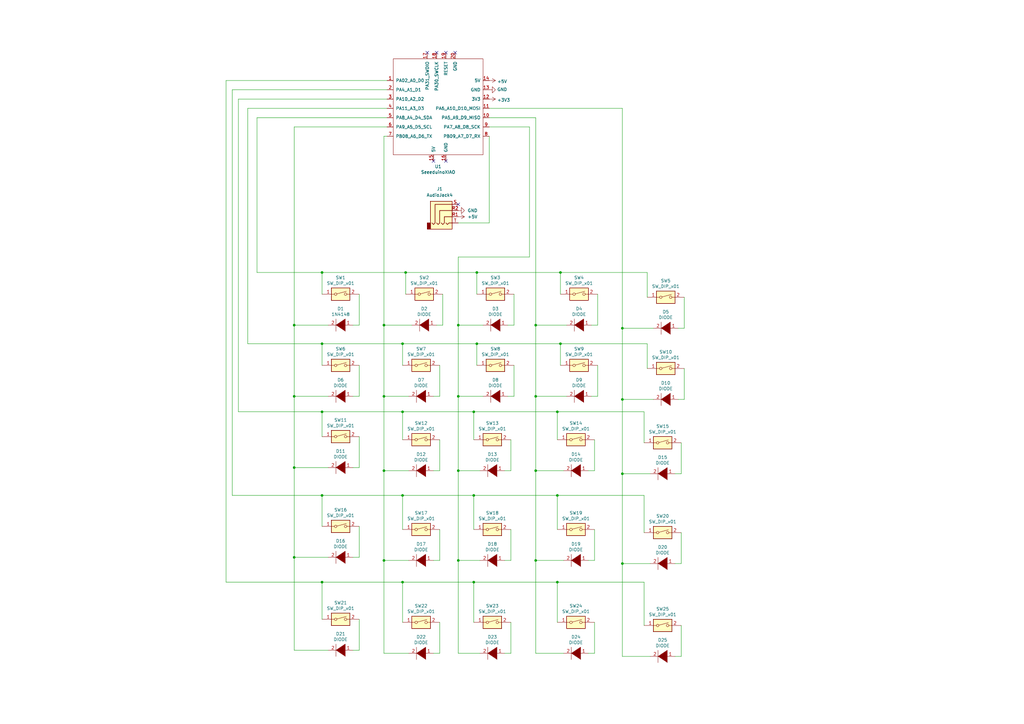
<source format=kicad_sch>
(kicad_sch (version 20211123) (generator eeschema)
  (paper "A3")
  (lib_symbols
    (symbol "Connector:AudioJack4"
      (property "Reference" "J" (at 0 8.89 0))
      (property "Value" "AudioJack4" (at 0 6.35 0))
      (symbol "AudioJack4_0_1"
        (rectangle (start -6.35 -5.08) (end -7.62 -7.62) (stroke (width 0.254)) (fill (type outline)))
        (polyline (pts (xy 0 -5.08) (xy 0.635 -5.715) (xy 1.27 -5.08) (xy 2.54 -5.08)) (stroke (width 0.254)))
        (polyline (pts (xy -5.715 -5.08) (xy -5.08 -5.715) (xy -4.445 -5.08) (xy -4.445 2.54) (xy 2.54 2.54)) (stroke (width 0.254)))
        (polyline (pts (xy -1.905 -5.08) (xy -1.27 -5.715) (xy -0.635 -5.08) (xy -0.635 -2.54) (xy 2.54 -2.54)) (stroke (width 0.254)))
        (polyline (pts (xy 2.54 0) (xy -2.54 0) (xy -2.54 -5.08) (xy -3.175 -5.715) (xy -3.81 -5.08)) (stroke (width 0.254)))
        (rectangle (start 2.54 3.81) (end -6.35 -7.62) (stroke (width 0.254)) (fill (type background)))
      )
      (symbol "AudioJack4_1_1"
        (pin passive line (at 5.08 -2.54 180) (length 2.54) (name "~") (number "R1"))
        (pin passive line (at 5.08 0 180) (length 2.54) (name "~") (number "R2"))
        (pin passive line (at 5.08 2.54 180) (length 2.54) (name "~") (number "S"))
        (pin passive line (at 5.08 -5.08 180) (length 2.54) (name "~") (number "T"))
      )
    )
    (symbol "Seeeduino_XIAO:SeeeduinoXIAO" (pin_names (offset 1.016))
      (property "Reference" "U" (at -19.05 22.86 0))
      (property "Value" "SeeeduinoXIAO" (at -12.7 21.59 0))
      (symbol "SeeeduinoXIAO_0_1"
        (rectangle (start -19.05 20.32) (end 17.78 -19.05))
      )
      (symbol "SeeeduinoXIAO_1_1"
        (pin unspecified line (at -21.59 11.43 0) (length 2.54) (name "PA02_A0_D0") (number "1"))
        (pin unspecified line (at 20.32 -3.81 180) (length 2.54) (name "PA5_A9_D9_MISO") (number "10"))
        (pin unspecified line (at 20.32 0 180) (length 2.54) (name "PA6_A10_D10_MOSI") (number "11"))
        (pin unspecified line (at 20.32 3.81 180) (length 2.54) (name "3V3") (number "12"))
        (pin unspecified line (at 20.32 7.62 180) (length 2.54) (name "GND") (number "13"))
        (pin unspecified line (at 20.32 11.43 180) (length 2.54) (name "5V") (number "14"))
        (pin input line (at -2.54 -21.59 90) (length 2.54) (name "5V") (number "15"))
        (pin input line (at 2.54 -21.59 90) (length 2.54) (name "GND") (number "16"))
        (pin input line (at -5.08 22.86 270) (length 2.54) (name "PA31_SWDIO") (number "17"))
        (pin input line (at -1.27 22.86 270) (length 2.54) (name "PA30_SWCLK") (number "18"))
        (pin input line (at 2.54 22.86 270) (length 2.54) (name "RESET") (number "19"))
        (pin unspecified line (at -21.59 7.62 0) (length 2.54) (name "PA4_A1_D1") (number "2"))
        (pin input line (at 6.35 22.86 270) (length 2.54) (name "GND") (number "20"))
        (pin unspecified line (at -21.59 3.81 0) (length 2.54) (name "PA10_A2_D2") (number "3"))
        (pin unspecified line (at -21.59 0 0) (length 2.54) (name "PA11_A3_D3") (number "4"))
        (pin unspecified line (at -21.59 -3.81 0) (length 2.54) (name "PA8_A4_D4_SDA") (number "5"))
        (pin unspecified line (at -21.59 -7.62 0) (length 2.54) (name "PA9_A5_D5_SCL") (number "6"))
        (pin unspecified line (at -21.59 -11.43 0) (length 2.54) (name "PB08_A6_D6_TX") (number "7"))
        (pin unspecified line (at 20.32 -11.43 180) (length 2.54) (name "PB09_A7_D7_RX") (number "8"))
        (pin unspecified line (at 20.32 -7.62 180) (length 2.54) (name "PA7_A8_D8_SCK") (number "9"))
      )
    )
    (symbol "Switch:SW_DIP_x01" (pin_names (offset 0) hide)
      (property "Reference" "SW" (at 0 3.81 0))
      (property "Value" "SW_DIP_x01" (at 0 -3.81 0))
      (symbol "SW_DIP_x01_0_0"
        (circle (center -2.032 0) (radius 0.508))
        (polyline (pts (xy -1.524 0.127) (xy 2.3622 1.1684)))
        (circle (center 2.032 0) (radius 0.508))
      )
      (symbol "SW_DIP_x01_0_1"
        (rectangle (start -3.81 2.54) (end 3.81 -2.54) (stroke (width 0.254)) (fill (type background)))
      )
      (symbol "SW_DIP_x01_1_1"
        (pin passive line (at -7.62 0 0) (length 5.08) (name "~") (number "1"))
        (pin passive line (at 7.62 0 180) (length 5.08) (name "~") (number "2"))
      )
    )
    (symbol "power:+3.3V" (power) (pin_names (offset 0))
      (property "Value" "+3.3V" (at 0 3.556 0))
      (symbol "+3.3V_0_1"
        (polyline (pts (xy -0.762 1.27) (xy 0 2.54)))
        (polyline (pts (xy 0 0) (xy 0 2.54)))
        (polyline (pts (xy 0 2.54) (xy 0.762 1.27)))
      )
      (symbol "+3.3V_1_1"
        (pin power_in line (at 0 0 90) (length 0) hide (name "+3V3") (number "1"))
      )
    )
    (symbol "power:+5V" (power) (pin_names (offset 0))
      (property "Value" "+5V" (at 0 3.556 0))
      (symbol "+5V_0_1"
        (polyline (pts (xy -0.762 1.27) (xy 0 2.54)))
        (polyline (pts (xy 0 0) (xy 0 2.54)))
        (polyline (pts (xy 0 2.54) (xy 0.762 1.27)))
      )
      (symbol "+5V_1_1"
        (pin power_in line (at 0 0 90) (length 0) hide (name "+5V") (number "1"))
      )
    )
    (symbol "power:GND" (power) (pin_names (offset 0))
      (property "Value" "GND" (at 0 -3.81 0))
      (symbol "GND_0_1"
        (polyline (pts (xy 0 0) (xy 0 -1.27) (xy 1.27 -1.27) (xy 0 -2.54) (xy -1.27 -1.27) (xy 0 -1.27)))
      )
      (symbol "GND_1_1"
        (pin power_in line (at 0 0 270) (length 0) hide (name "GND") (number "1"))
      )
    )
    (symbol "pspice:DIODE" (pin_names (offset 1.016) hide)
      (property "Reference" "D" (at 0 3.81 0))
      (property "Value" "DIODE" (at 0 -4.445 0))
      (symbol "DIODE_0_1"
        (polyline (pts (xy 1.905 2.54) (xy 1.905 -2.54)))
        (polyline (pts (xy -1.905 2.54) (xy -1.905 -2.54) (xy 1.905 0)) (fill (type outline)))
      )
      (symbol "DIODE_1_1"
        (pin input line (at -5.08 0 0) (length 3.81) (name "K") (number "1"))
        (pin input line (at 5.08 0 180) (length 3.81) (name "A") (number "2"))
      )
    )
  )
  (junction (at 255.27 231.14))
  (junction (at 229.87 111.76))
  (junction (at 165.1 168.91))
  (junction (at 165.1 140.97))
  (junction (at 255.27 163.83))
  (junction (at 120.65 191.77))
  (junction (at 187.96 133.35))
  (junction (at 120.65 133.35))
  (junction (at 165.1 203.2))
  (junction (at 187.96 162.56))
  (junction (at 219.71 229.87))
  (junction (at 195.58 140.97))
  (junction (at 194.31 238.76))
  (junction (at 132.08 203.2))
  (junction (at 157.48 229.87))
  (junction (at 187.96 229.87))
  (junction (at 120.65 162.56))
  (junction (at 157.48 133.35))
  (junction (at 187.96 193.04))
  (junction (at 255.27 194.31))
  (junction (at 132.08 238.76))
  (junction (at 194.31 203.2))
  (junction (at 165.1 238.76))
  (junction (at 166.37 111.76))
  (junction (at 157.48 193.04))
  (junction (at 132.08 111.76))
  (junction (at 219.71 133.35))
  (junction (at 157.48 162.56))
  (junction (at 228.6 238.76))
  (junction (at 120.65 228.6))
  (junction (at 219.71 193.04))
  (junction (at 228.6 203.2))
  (junction (at 194.31 168.91))
  (junction (at 219.71 162.56))
  (junction (at 195.58 111.76))
  (junction (at 228.6 168.91))
  (junction (at 132.08 168.91))
  (junction (at 132.08 140.97))
  (junction (at 229.87 140.97))
  (junction (at 255.27 134.62))
  (no_connect (at 182.88 66.04))
  (no_connect (at 177.8 66.04))
  (no_connect (at 182.88 21.59))
  (no_connect (at 179.07 21.59))
  (no_connect (at 187.96 83.82))
  (no_connect (at 175.26 21.59))
  (no_connect (at 186.69 21.59))
  (wire (pts (xy 209.55 180.34) (xy 209.55 193.04)))
  (wire (pts (xy 280.67 151.13) (xy 280.67 163.83)))
  (wire (pts (xy 181.61 133.35) (xy 179.07 133.35)))
  (wire (pts (xy 210.82 149.86) (xy 210.82 162.56)))
  (wire (pts (xy 255.27 269.24) (xy 266.7 269.24)))
  (wire (pts (xy 209.55 229.87) (xy 207.01 229.87)))
  (wire (pts (xy 187.96 229.87) (xy 187.96 267.97)))
  (wire (pts (xy 219.71 48.26) (xy 219.71 133.35)))
  (wire (pts (xy 180.34 255.27) (xy 180.34 267.97)))
  (wire (pts (xy 219.71 229.87) (xy 231.14 229.87)))
  (wire (pts (xy 132.08 238.76) (xy 165.1 238.76)))
  (wire (pts (xy 279.4 181.61) (xy 279.4 194.31)))
  (wire (pts (xy 280.67 134.62) (xy 278.13 134.62)))
  (wire (pts (xy 255.27 194.31) (xy 255.27 231.14)))
  (wire (pts (xy 132.08 179.07) (xy 132.08 168.91)))
  (wire (pts (xy 194.31 238.76) (xy 228.6 238.76)))
  (wire (pts (xy 228.6 168.91) (xy 228.6 180.34)))
  (wire (pts (xy 200.66 48.26) (xy 219.71 48.26)))
  (wire (pts (xy 255.27 163.83) (xy 255.27 194.31)))
  (wire (pts (xy 194.31 203.2) (xy 228.6 203.2)))
  (wire (pts (xy 92.71 238.76) (xy 132.08 238.76)))
  (wire (pts (xy 229.87 140.97) (xy 229.87 149.86)))
  (wire (pts (xy 243.84 229.87) (xy 241.3 229.87)))
  (wire (pts (xy 187.96 133.35) (xy 187.96 105.41)))
  (wire (pts (xy 180.34 267.97) (xy 177.8 267.97)))
  (wire (pts (xy 132.08 168.91) (xy 165.1 168.91)))
  (wire (pts (xy 157.48 193.04) (xy 157.48 229.87)))
  (wire (pts (xy 157.48 162.56) (xy 157.48 193.04)))
  (wire (pts (xy 92.71 33.02) (xy 158.75 33.02)))
  (wire (pts (xy 187.96 133.35) (xy 187.96 162.56)))
  (wire (pts (xy 97.79 168.91) (xy 97.79 40.64)))
  (wire (pts (xy 132.08 168.91) (xy 97.79 168.91)))
  (wire (pts (xy 200.66 55.88) (xy 200.66 91.44)))
  (wire (pts (xy 166.37 120.65) (xy 166.37 111.76)))
  (wire (pts (xy 157.48 133.35) (xy 157.48 162.56)))
  (wire (pts (xy 255.27 194.31) (xy 266.7 194.31)))
  (wire (pts (xy 180.34 149.86) (xy 180.34 162.56)))
  (wire (pts (xy 157.48 229.87) (xy 157.48 267.97)))
  (wire (pts (xy 245.11 149.86) (xy 245.11 162.56)))
  (wire (pts (xy 147.32 191.77) (xy 144.78 191.77)))
  (wire (pts (xy 195.58 111.76) (xy 229.87 111.76)))
  (wire (pts (xy 132.08 149.86) (xy 132.08 140.97)))
  (wire (pts (xy 280.67 121.92) (xy 280.67 134.62)))
  (wire (pts (xy 228.6 203.2) (xy 264.16 203.2)))
  (wire (pts (xy 200.66 44.45) (xy 255.27 44.45)))
  (wire (pts (xy 120.65 133.35) (xy 120.65 162.56)))
  (wire (pts (xy 120.65 228.6) (xy 134.62 228.6)))
  (wire (pts (xy 147.32 228.6) (xy 144.78 228.6)))
  (wire (pts (xy 95.25 36.83) (xy 158.75 36.83)))
  (wire (pts (xy 180.34 180.34) (xy 180.34 193.04)))
  (wire (pts (xy 166.37 111.76) (xy 195.58 111.76)))
  (wire (pts (xy 147.32 179.07) (xy 147.32 191.77)))
  (wire (pts (xy 132.08 120.65) (xy 132.08 111.76)))
  (wire (pts (xy 105.41 48.26) (xy 158.75 48.26)))
  (wire (pts (xy 132.08 140.97) (xy 165.1 140.97)))
  (wire (pts (xy 243.84 267.97) (xy 241.3 267.97)))
  (wire (pts (xy 181.61 120.65) (xy 181.61 133.35)))
  (wire (pts (xy 243.84 255.27) (xy 243.84 267.97)))
  (wire (pts (xy 245.11 133.35) (xy 242.57 133.35)))
  (wire (pts (xy 132.08 140.97) (xy 101.6 140.97)))
  (wire (pts (xy 255.27 163.83) (xy 267.97 163.83)))
  (wire (pts (xy 196.85 193.04) (xy 187.96 193.04)))
  (wire (pts (xy 147.32 266.7) (xy 144.78 266.7)))
  (wire (pts (xy 279.4 218.44) (xy 279.4 231.14)))
  (wire (pts (xy 228.6 203.2) (xy 228.6 217.17)))
  (wire (pts (xy 165.1 168.91) (xy 194.31 168.91)))
  (wire (pts (xy 105.41 111.76) (xy 105.41 48.26)))
  (wire (pts (xy 134.62 133.35) (xy 120.65 133.35)))
  (wire (pts (xy 194.31 238.76) (xy 194.31 255.27)))
  (wire (pts (xy 187.96 229.87) (xy 196.85 229.87)))
  (wire (pts (xy 134.62 162.56) (xy 120.65 162.56)))
  (wire (pts (xy 97.79 40.64) (xy 158.75 40.64)))
  (wire (pts (xy 120.65 162.56) (xy 120.65 191.77)))
  (wire (pts (xy 147.32 133.35) (xy 144.78 133.35)))
  (wire (pts (xy 165.1 203.2) (xy 165.1 217.17)))
  (wire (pts (xy 120.65 52.07) (xy 158.75 52.07)))
  (wire (pts (xy 219.71 162.56) (xy 219.71 193.04)))
  (wire (pts (xy 101.6 44.45) (xy 158.75 44.45)))
  (wire (pts (xy 165.1 238.76) (xy 194.31 238.76)))
  (wire (pts (xy 200.66 91.44) (xy 187.96 91.44)))
  (wire (pts (xy 210.82 162.56) (xy 208.28 162.56)))
  (wire (pts (xy 180.34 217.17) (xy 180.34 229.87)))
  (wire (pts (xy 219.71 193.04) (xy 219.71 229.87)))
  (wire (pts (xy 147.32 149.86) (xy 147.32 162.56)))
  (wire (pts (xy 195.58 140.97) (xy 229.87 140.97)))
  (wire (pts (xy 132.08 111.76) (xy 166.37 111.76)))
  (wire (pts (xy 209.55 193.04) (xy 207.01 193.04)))
  (wire (pts (xy 219.71 229.87) (xy 219.71 267.97)))
  (wire (pts (xy 132.08 203.2) (xy 165.1 203.2)))
  (wire (pts (xy 219.71 133.35) (xy 232.41 133.35)))
  (wire (pts (xy 219.71 162.56) (xy 232.41 162.56)))
  (wire (pts (xy 255.27 231.14) (xy 266.7 231.14)))
  (wire (pts (xy 194.31 168.91) (xy 194.31 180.34)))
  (wire (pts (xy 120.65 133.35) (xy 120.65 52.07)))
  (wire (pts (xy 147.32 215.9) (xy 147.32 228.6)))
  (wire (pts (xy 255.27 44.45) (xy 255.27 134.62)))
  (wire (pts (xy 165.1 149.86) (xy 165.1 140.97)))
  (wire (pts (xy 168.91 133.35) (xy 157.48 133.35)))
  (wire (pts (xy 165.1 203.2) (xy 194.31 203.2)))
  (wire (pts (xy 265.43 140.97) (xy 265.43 151.13)))
  (wire (pts (xy 229.87 140.97) (xy 265.43 140.97)))
  (wire (pts (xy 158.75 55.88) (xy 157.48 55.88)))
  (wire (pts (xy 120.65 228.6) (xy 120.65 266.7)))
  (wire (pts (xy 147.32 162.56) (xy 144.78 162.56)))
  (wire (pts (xy 209.55 217.17) (xy 209.55 229.87)))
  (wire (pts (xy 167.64 162.56) (xy 157.48 162.56)))
  (wire (pts (xy 210.82 120.65) (xy 210.82 133.35)))
  (wire (pts (xy 209.55 255.27) (xy 209.55 267.97)))
  (wire (pts (xy 255.27 134.62) (xy 255.27 163.83)))
  (wire (pts (xy 195.58 111.76) (xy 195.58 120.65)))
  (wire (pts (xy 132.08 203.2) (xy 132.08 215.9)))
  (wire (pts (xy 187.96 105.41) (xy 217.17 105.41)))
  (wire (pts (xy 147.32 254) (xy 147.32 266.7)))
  (wire (pts (xy 217.17 52.07) (xy 200.66 52.07)))
  (wire (pts (xy 279.4 231.14) (xy 276.86 231.14)))
  (wire (pts (xy 157.48 267.97) (xy 167.64 267.97)))
  (wire (pts (xy 243.84 180.34) (xy 243.84 193.04)))
  (wire (pts (xy 157.48 229.87) (xy 167.64 229.87)))
  (wire (pts (xy 198.12 133.35) (xy 187.96 133.35)))
  (wire (pts (xy 180.34 193.04) (xy 177.8 193.04)))
  (wire (pts (xy 187.96 162.56) (xy 187.96 193.04)))
  (wire (pts (xy 95.25 203.2) (xy 95.25 36.83)))
  (wire (pts (xy 245.11 120.65) (xy 245.11 133.35)))
  (wire (pts (xy 245.11 162.56) (xy 242.57 162.56)))
  (wire (pts (xy 165.1 140.97) (xy 195.58 140.97)))
  (wire (pts (xy 255.27 231.14) (xy 255.27 269.24)))
  (wire (pts (xy 120.65 191.77) (xy 134.62 191.77)))
  (wire (pts (xy 198.12 162.56) (xy 187.96 162.56)))
  (wire (pts (xy 255.27 134.62) (xy 267.97 134.62)))
  (wire (pts (xy 132.08 203.2) (xy 95.25 203.2)))
  (wire (pts (xy 229.87 111.76) (xy 229.87 120.65)))
  (wire (pts (xy 279.4 256.54) (xy 279.4 269.24)))
  (wire (pts (xy 132.08 111.76) (xy 105.41 111.76)))
  (wire (pts (xy 219.71 193.04) (xy 231.14 193.04)))
  (wire (pts (xy 165.1 238.76) (xy 165.1 255.27)))
  (wire (pts (xy 229.87 111.76) (xy 265.43 111.76)))
  (wire (pts (xy 279.4 194.31) (xy 276.86 194.31)))
  (wire (pts (xy 194.31 168.91) (xy 228.6 168.91)))
  (wire (pts (xy 228.6 238.76) (xy 228.6 255.27)))
  (wire (pts (xy 101.6 140.97) (xy 101.6 44.45)))
  (wire (pts (xy 228.6 168.91) (xy 264.16 168.91)))
  (wire (pts (xy 157.48 55.88) (xy 157.48 133.35)))
  (wire (pts (xy 209.55 267.97) (xy 207.01 267.97)))
  (wire (pts (xy 243.84 217.17) (xy 243.84 229.87)))
  (wire (pts (xy 147.32 120.65) (xy 147.32 133.35)))
  (wire (pts (xy 243.84 193.04) (xy 241.3 193.04)))
  (wire (pts (xy 195.58 140.97) (xy 195.58 149.86)))
  (wire (pts (xy 120.65 266.7) (xy 134.62 266.7)))
  (wire (pts (xy 180.34 229.87) (xy 177.8 229.87)))
  (wire (pts (xy 157.48 193.04) (xy 167.64 193.04)))
  (wire (pts (xy 132.08 238.76) (xy 132.08 254)))
  (wire (pts (xy 265.43 111.76) (xy 265.43 121.92)))
  (wire (pts (xy 228.6 238.76) (xy 264.16 238.76)))
  (wire (pts (xy 264.16 218.44) (xy 264.16 203.2)))
  (wire (pts (xy 264.16 256.54) (xy 264.16 238.76)))
  (wire (pts (xy 187.96 193.04) (xy 187.96 229.87)))
  (wire (pts (xy 217.17 105.41) (xy 217.17 52.07)))
  (wire (pts (xy 194.31 217.17) (xy 194.31 203.2)))
  (wire (pts (xy 210.82 133.35) (xy 208.28 133.35)))
  (wire (pts (xy 120.65 191.77) (xy 120.65 228.6)))
  (wire (pts (xy 187.96 267.97) (xy 196.85 267.97)))
  (wire (pts (xy 180.34 162.56) (xy 177.8 162.56)))
  (wire (pts (xy 280.67 163.83) (xy 278.13 163.83)))
  (wire (pts (xy 264.16 168.91) (xy 264.16 181.61)))
  (wire (pts (xy 219.71 133.35) (xy 219.71 162.56)))
  (wire (pts (xy 219.71 267.97) (xy 231.14 267.97)))
  (wire (pts (xy 165.1 180.34) (xy 165.1 168.91)))
  (wire (pts (xy 92.71 238.76) (xy 92.71 33.02)))
  (wire (pts (xy 279.4 269.24) (xy 276.86 269.24)))
  (symbol (lib_id "Seeeduino_XIAO:SeeeduinoXIAO") (at 180.34 44.45 0) (unit 1)
    (property "Reference" "U1" (at 179.705 68.3006 0))
    (property "Value" "SeeeduinoXIAO" (at 179.705 70.612 0))
    (property "Footprint" "xiao:Seeeduino XIAO-MOUDLE14P-2.54-21X17.8MM" (effects hide))
  )
  (symbol (lib_id "power:GND") (at 200.66 36.83 90) (unit 1)
    (property "Reference" "#PWR0103" (effects hide))
    (property "Value" "GND" (at 203.9112 36.703 90) (effects (justify right)))
  )
  (symbol (lib_id "power:+3.3V") (at 200.66 40.64 270) (unit 1)
    (property "Reference" "#PWR0104" (effects hide))
    (property "Value" "+3.3V" (at 203.9112 41.021 90) (effects (justify left)))
  )
  (symbol (lib_id "Switch:SW_DIP_x01") (at 139.7 120.65 0) (unit 1)
    (property "Reference" "SW1" (at 139.7 113.8682 0))
    (property "Value" "SW_DIP_x01" (at 139.7 116.1796 0))
    (property "Footprint" "keyswitches:Kailh_socket_MX" (effects hide))
  )
  (symbol (lib_id "Switch:SW_DIP_x01") (at 173.99 120.65 0) (unit 1)
    (property "Reference" "SW2" (at 173.99 113.8682 0))
    (property "Value" "SW_DIP_x01" (at 173.99 116.1796 0))
    (property "Footprint" "keyswitches:Kailh_socket_MX" (effects hide))
  )
  (symbol (lib_id "Switch:SW_DIP_x01") (at 203.2 120.65 0) (unit 1)
    (property "Reference" "SW3" (at 203.2 113.8682 0))
    (property "Value" "SW_DIP_x01" (at 203.2 116.1796 0))
    (property "Footprint" "keyswitches:Kailh_socket_MX" (effects hide))
  )
  (symbol (lib_id "pspice:DIODE") (at 139.7 133.35 180) (unit 1)
    (property "Reference" "D1" (at 139.7 126.619 0))
    (property "Value" "1N4148" (at 139.7 128.9304 0))
    (property "Footprint" "Diode_SMD:D_SOD-123" (effects hide))
  )
  (symbol (lib_id "pspice:DIODE") (at 173.99 133.35 180) (unit 1)
    (property "Reference" "D2" (at 173.99 126.619 0))
    (property "Value" "DIODE" (at 173.99 128.9304 0))
    (property "Footprint" "Diode_SMD:D_SOD-123" (effects hide))
  )
  (symbol (lib_id "pspice:DIODE") (at 203.2 133.35 180) (unit 1)
    (property "Reference" "D3" (at 203.2 126.619 0))
    (property "Value" "DIODE" (at 203.2 128.9304 0))
    (property "Footprint" "Diode_SMD:D_SOD-123" (effects hide))
  )
  (symbol (lib_id "Switch:SW_DIP_x01") (at 139.7 149.86 0) (unit 1)
    (property "Reference" "SW6" (at 139.7 143.0782 0))
    (property "Value" "SW_DIP_x01" (at 139.7 145.3896 0))
    (property "Footprint" "keyswitches:Kailh_socket_MX" (effects hide))
  )
  (symbol (lib_id "pspice:DIODE") (at 139.7 162.56 180) (unit 1)
    (property "Reference" "D6" (at 139.7 155.829 0))
    (property "Value" "DIODE" (at 139.7 158.1404 0))
    (property "Footprint" "Diode_SMD:D_SOD-123" (effects hide))
  )
  (symbol (lib_id "Switch:SW_DIP_x01") (at 139.7 179.07 0) (unit 1)
    (property "Reference" "SW11" (at 139.7 172.2882 0))
    (property "Value" "SW_DIP_x01" (at 139.7 174.5996 0))
    (property "Footprint" "keyswitches:Kailh_socket_MX" (effects hide))
  )
  (symbol (lib_id "pspice:DIODE") (at 139.7 191.77 180) (unit 1)
    (property "Reference" "D11" (at 139.7 185.039 0))
    (property "Value" "DIODE" (at 139.7 187.3504 0))
    (property "Footprint" "Diode_SMD:D_SOD-123" (effects hide))
  )
  (symbol (lib_id "Switch:SW_DIP_x01") (at 172.72 149.86 0) (unit 1)
    (property "Reference" "SW7" (at 172.72 143.0782 0))
    (property "Value" "SW_DIP_x01" (at 172.72 145.3896 0))
    (property "Footprint" "keyswitches:Kailh_socket_MX" (effects hide))
  )
  (symbol (lib_id "pspice:DIODE") (at 172.72 162.56 180) (unit 1)
    (property "Reference" "D7" (at 172.72 155.829 0))
    (property "Value" "DIODE" (at 172.72 158.1404 0))
    (property "Footprint" "Diode_SMD:D_SOD-123" (effects hide))
  )
  (symbol (lib_id "Switch:SW_DIP_x01") (at 172.72 180.34 0) (unit 1)
    (property "Reference" "SW12" (at 172.72 173.5582 0))
    (property "Value" "SW_DIP_x01" (at 172.72 175.8696 0))
    (property "Footprint" "keyswitches:Kailh_socket_MX" (effects hide))
  )
  (symbol (lib_id "pspice:DIODE") (at 172.72 193.04 180) (unit 1)
    (property "Reference" "D12" (at 172.72 186.309 0))
    (property "Value" "DIODE" (at 172.72 188.6204 0))
    (property "Footprint" "Diode_SMD:D_SOD-123" (effects hide))
  )
  (symbol (lib_id "Switch:SW_DIP_x01") (at 201.93 180.34 0) (unit 1)
    (property "Reference" "SW13" (at 201.93 173.5582 0))
    (property "Value" "SW_DIP_x01" (at 201.93 175.8696 0))
    (property "Footprint" "keyswitches:Kailh_socket_MX" (effects hide))
  )
  (symbol (lib_id "pspice:DIODE") (at 201.93 193.04 180) (unit 1)
    (property "Reference" "D13" (at 201.93 186.309 0))
    (property "Value" "DIODE" (at 201.93 188.6204 0))
    (property "Footprint" "Diode_SMD:D_SOD-123" (effects hide))
  )
  (symbol (lib_id "Switch:SW_DIP_x01") (at 203.2 149.86 0) (unit 1)
    (property "Reference" "SW8" (at 203.2 143.0782 0))
    (property "Value" "SW_DIP_x01" (at 203.2 145.3896 0))
    (property "Footprint" "keyswitches:Kailh_socket_MX" (effects hide))
  )
  (symbol (lib_id "pspice:DIODE") (at 203.2 162.56 180) (unit 1)
    (property "Reference" "D8" (at 203.2 155.829 0))
    (property "Value" "DIODE" (at 203.2 158.1404 0))
    (property "Footprint" "Diode_SMD:D_SOD-123" (effects hide))
  )
  (symbol (lib_id "power:+5V") (at 200.66 33.02 270) (unit 1)
    (property "Reference" "#PWR0101" (effects hide))
    (property "Value" "+5V" (at 203.9112 33.401 90) (effects (justify left)))
  )
  (symbol (lib_id "Switch:SW_DIP_x01") (at 236.22 180.34 0) (unit 1)
    (property "Reference" "SW14" (at 236.22 173.5582 0))
    (property "Value" "SW_DIP_x01" (at 236.22 175.8696 0))
    (property "Footprint" "keyswitches:Kailh_socket_MX" (effects hide))
  )
  (symbol (lib_id "Switch:SW_DIP_x01") (at 237.49 149.86 0) (unit 1)
    (property "Reference" "SW9" (at 237.49 143.0782 0))
    (property "Value" "SW_DIP_x01" (at 237.49 145.3896 0))
    (property "Footprint" "keyswitches:Kailh_socket_MX" (effects hide))
  )
  (symbol (lib_id "Switch:SW_DIP_x01") (at 236.22 217.17 0) (unit 1)
    (property "Reference" "SW19" (at 236.22 210.3882 0))
    (property "Value" "SW_DIP_x01" (at 236.22 212.6996 0))
    (property "Footprint" "keyswitches:Kailh_socket_MX" (effects hide))
  )
  (symbol (lib_id "pspice:DIODE") (at 139.7 228.6 180) (unit 1)
    (property "Reference" "D16" (at 139.7 221.869 0))
    (property "Value" "DIODE" (at 139.7 224.1804 0))
    (property "Footprint" "Diode_SMD:D_SOD-123" (effects hide))
  )
  (symbol (lib_id "Switch:SW_DIP_x01") (at 237.49 120.65 0) (unit 1)
    (property "Reference" "SW4" (at 237.49 113.8682 0))
    (property "Value" "SW_DIP_x01" (at 237.49 116.1796 0))
    (property "Footprint" "keyswitches:Kailh_socket_MX" (effects hide))
  )
  (symbol (lib_id "Switch:SW_DIP_x01") (at 139.7 254 0) (unit 1)
    (property "Reference" "SW21" (at 139.7 247.2182 0))
    (property "Value" "SW_DIP_x01" (at 139.7 249.5296 0))
    (property "Footprint" "keyswitches:Kailh_socket_MX" (effects hide))
  )
  (symbol (lib_id "power:+5V") (at 187.96 88.9 270) (unit 1)
    (property "Reference" "#PWR?" (effects hide))
    (property "Value" "+5V" (at 191.77 88.8999 90) (effects (justify left)))
  )
  (symbol (lib_id "Connector:AudioJack4") (at 182.88 86.36 0) (unit 1)
    (property "Reference" "J1" (at 180.34 77.47 0))
    (property "Value" "AudioJack4" (at 180.34 80.01 0))
    (property "Footprint" "Connector_Audio:Jack_3.5mm_PJ320D_Horizontal" (effects hide))
  )
  (symbol (lib_id "pspice:DIODE") (at 237.49 133.35 180) (unit 1)
    (property "Reference" "D4" (at 237.49 126.619 0))
    (property "Value" "DIODE" (at 237.49 128.9304 0))
    (property "Footprint" "Diode_SMD:D_SOD-123" (effects hide))
  )
  (symbol (lib_id "pspice:DIODE") (at 236.22 229.87 180) (unit 1)
    (property "Reference" "D19" (at 236.22 223.139 0))
    (property "Value" "DIODE" (at 236.22 225.4504 0))
    (property "Footprint" "Diode_SMD:D_SOD-123" (effects hide))
  )
  (symbol (lib_id "Switch:SW_DIP_x01") (at 271.78 256.54 0) (unit 1)
    (property "Reference" "SW25" (at 271.78 249.7582 0))
    (property "Value" "SW_DIP_x01" (at 271.78 252.0696 0))
    (property "Footprint" "keyswitches:Kailh_socket_MX" (effects hide))
  )
  (symbol (lib_id "Switch:SW_DIP_x01") (at 271.78 181.61 0) (unit 1)
    (property "Reference" "SW15" (at 271.78 174.8282 0))
    (property "Value" "SW_DIP_x01" (at 271.78 177.1396 0))
    (property "Footprint" "keyswitches:Kailh_socket_MX" (effects hide))
  )
  (symbol (lib_id "pspice:DIODE") (at 139.7 266.7 180) (unit 1)
    (property "Reference" "D21" (at 139.7 259.969 0))
    (property "Value" "DIODE" (at 139.7 262.2804 0))
    (property "Footprint" "Diode_SMD:D_SOD-123" (effects hide))
  )
  (symbol (lib_id "Switch:SW_DIP_x01") (at 273.05 121.92 0) (unit 1)
    (property "Reference" "SW5" (at 273.05 115.1382 0))
    (property "Value" "SW_DIP_x01" (at 273.05 117.4496 0))
    (property "Footprint" "keyswitches:Kailh_socket_MX" (effects hide))
  )
  (symbol (lib_id "pspice:DIODE") (at 201.93 229.87 180) (unit 1)
    (property "Reference" "D18" (at 201.93 223.139 0))
    (property "Value" "DIODE" (at 201.93 225.4504 0))
    (property "Footprint" "Diode_SMD:D_SOD-123" (effects hide))
  )
  (symbol (lib_id "pspice:DIODE") (at 271.78 194.31 180) (unit 1)
    (property "Reference" "D15" (at 271.78 187.579 0))
    (property "Value" "DIODE" (at 271.78 189.8904 0))
    (property "Footprint" "Diode_SMD:D_SOD-123" (effects hide))
  )
  (symbol (lib_id "pspice:DIODE") (at 271.78 269.24 180) (unit 1)
    (property "Reference" "D25" (at 271.78 262.509 0))
    (property "Value" "DIODE" (at 271.78 264.8204 0))
    (property "Footprint" "Diode_SMD:D_SOD-123" (effects hide))
  )
  (symbol (lib_id "Switch:SW_DIP_x01") (at 139.7 215.9 0) (unit 1)
    (property "Reference" "SW16" (at 139.7 209.1182 0))
    (property "Value" "SW_DIP_x01" (at 139.7 211.4296 0))
    (property "Footprint" "keyswitches:Kailh_socket_MX" (effects hide))
  )
  (symbol (lib_id "Switch:SW_DIP_x01") (at 271.78 218.44 0) (unit 1)
    (property "Reference" "SW20" (at 271.78 211.6582 0))
    (property "Value" "SW_DIP_x01" (at 271.78 213.9696 0))
    (property "Footprint" "keyswitches:Kailh_socket_MX" (effects hide))
  )
  (symbol (lib_id "power:GND") (at 187.96 86.36 90) (unit 1)
    (property "Reference" "#PWR?" (effects hide))
    (property "Value" "GND" (at 191.77 86.3599 90) (effects (justify right)))
  )
  (symbol (lib_id "Switch:SW_DIP_x01") (at 236.22 255.27 0) (unit 1)
    (property "Reference" "SW24" (at 236.22 248.4882 0))
    (property "Value" "SW_DIP_x01" (at 236.22 250.7996 0))
    (property "Footprint" "keyswitches:Kailh_socket_MX" (effects hide))
  )
  (symbol (lib_id "pspice:DIODE") (at 273.05 134.62 180) (unit 1)
    (property "Reference" "D5" (at 273.05 127.889 0))
    (property "Value" "DIODE" (at 273.05 130.2004 0))
    (property "Footprint" "Diode_SMD:D_SOD-123" (effects hide))
  )
  (symbol (lib_id "Switch:SW_DIP_x01") (at 273.05 151.13 0) (unit 1)
    (property "Reference" "SW10" (at 273.05 144.3482 0))
    (property "Value" "SW_DIP_x01" (at 273.05 146.6596 0))
    (property "Footprint" "keyswitches:Kailh_socket_MX" (effects hide))
  )
  (symbol (lib_id "pspice:DIODE") (at 172.72 229.87 180) (unit 1)
    (property "Reference" "D17" (at 172.72 223.139 0))
    (property "Value" "DIODE" (at 172.72 225.4504 0))
    (property "Footprint" "Diode_SMD:D_SOD-123" (effects hide))
  )
  (symbol (lib_id "pspice:DIODE") (at 273.05 163.83 180) (unit 1)
    (property "Reference" "D10" (at 273.05 157.099 0))
    (property "Value" "DIODE" (at 273.05 159.4104 0))
    (property "Footprint" "Diode_SMD:D_SOD-123" (effects hide))
  )
  (symbol (lib_id "Switch:SW_DIP_x01") (at 201.93 217.17 0) (unit 1)
    (property "Reference" "SW18" (at 201.93 210.3882 0))
    (property "Value" "SW_DIP_x01" (at 201.93 212.6996 0))
    (property "Footprint" "keyswitches:Kailh_socket_MX" (effects hide))
  )
  (symbol (lib_id "Switch:SW_DIP_x01") (at 172.72 255.27 0) (unit 1)
    (property "Reference" "SW22" (at 172.72 248.4882 0))
    (property "Value" "SW_DIP_x01" (at 172.72 250.7996 0))
    (property "Footprint" "keyswitches:Kailh_socket_MX" (effects hide))
  )
  (symbol (lib_id "pspice:DIODE") (at 237.49 162.56 180) (unit 1)
    (property "Reference" "D9" (at 237.49 155.829 0))
    (property "Value" "DIODE" (at 237.49 158.1404 0))
    (property "Footprint" "Diode_SMD:D_SOD-123" (effects hide))
  )
  (symbol (lib_id "pspice:DIODE") (at 271.78 231.14 180) (unit 1)
    (property "Reference" "D20" (at 271.78 224.409 0))
    (property "Value" "DIODE" (at 271.78 226.7204 0))
    (property "Footprint" "Diode_SMD:D_SOD-123" (effects hide))
  )
  (symbol (lib_id "Switch:SW_DIP_x01") (at 201.93 255.27 0) (unit 1)
    (property "Reference" "SW23" (at 201.93 248.4882 0))
    (property "Value" "SW_DIP_x01" (at 201.93 250.7996 0))
    (property "Footprint" "keyswitches:Kailh_socket_MX" (effects hide))
  )
  (symbol (lib_id "pspice:DIODE") (at 236.22 193.04 180) (unit 1)
    (property "Reference" "D14" (at 236.22 186.309 0))
    (property "Value" "DIODE" (at 236.22 188.6204 0))
    (property "Footprint" "Diode_SMD:D_SOD-123" (effects hide))
  )
  (symbol (lib_id "pspice:DIODE") (at 201.93 267.97 180) (unit 1)
    (property "Reference" "D23" (at 201.93 261.239 0))
    (property "Value" "DIODE" (at 201.93 263.5504 0))
    (property "Footprint" "Diode_SMD:D_SOD-123" (effects hide))
  )
  (symbol (lib_id "pspice:DIODE") (at 236.22 267.97 180) (unit 1)
    (property "Reference" "D24" (at 236.22 261.239 0))
    (property "Value" "DIODE" (at 236.22 263.5504 0))
    (property "Footprint" "Diode_SMD:D_SOD-123" (effects hide))
  )
  (symbol (lib_id "pspice:DIODE") (at 172.72 267.97 180) (unit 1)
    (property "Reference" "D22" (at 172.72 261.239 0))
    (property "Value" "DIODE" (at 172.72 263.5504 0))
    (property "Footprint" "Diode_SMD:D_SOD-123" (effects hide))
  )
  (symbol (lib_id "Switch:SW_DIP_x01") (at 172.72 217.17 0) (unit 1)
    (property "Reference" "SW17" (at 172.72 210.3882 0))
    (property "Value" "SW_DIP_x01" (at 172.72 212.6996 0))
    (property "Footprint" "keyswitches:Kailh_socket_MX" (effects hide))
  )
)
</source>
